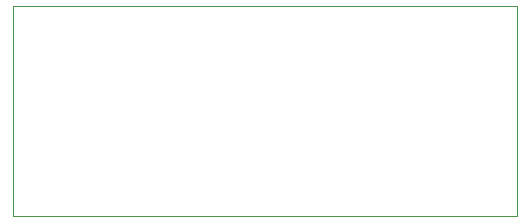
<source format=gbr>
%TF.GenerationSoftware,KiCad,Pcbnew,7.0.2*%
%TF.CreationDate,2023-05-26T00:25:00+02:00*%
%TF.ProjectId,usb-power-stick,7573622d-706f-4776-9572-2d737469636b,rev?*%
%TF.SameCoordinates,Original*%
%TF.FileFunction,Profile,NP*%
%FSLAX46Y46*%
G04 Gerber Fmt 4.6, Leading zero omitted, Abs format (unit mm)*
G04 Created by KiCad (PCBNEW 7.0.2) date 2023-05-26 00:25:00*
%MOMM*%
%LPD*%
G01*
G04 APERTURE LIST*
%TA.AperFunction,Profile*%
%ADD10C,0.100000*%
%TD*%
G04 APERTURE END LIST*
D10*
X123708000Y-102926000D02*
X166380000Y-102926000D01*
X166380000Y-120706000D01*
X123708000Y-120706000D01*
X123708000Y-102926000D01*
M02*

</source>
